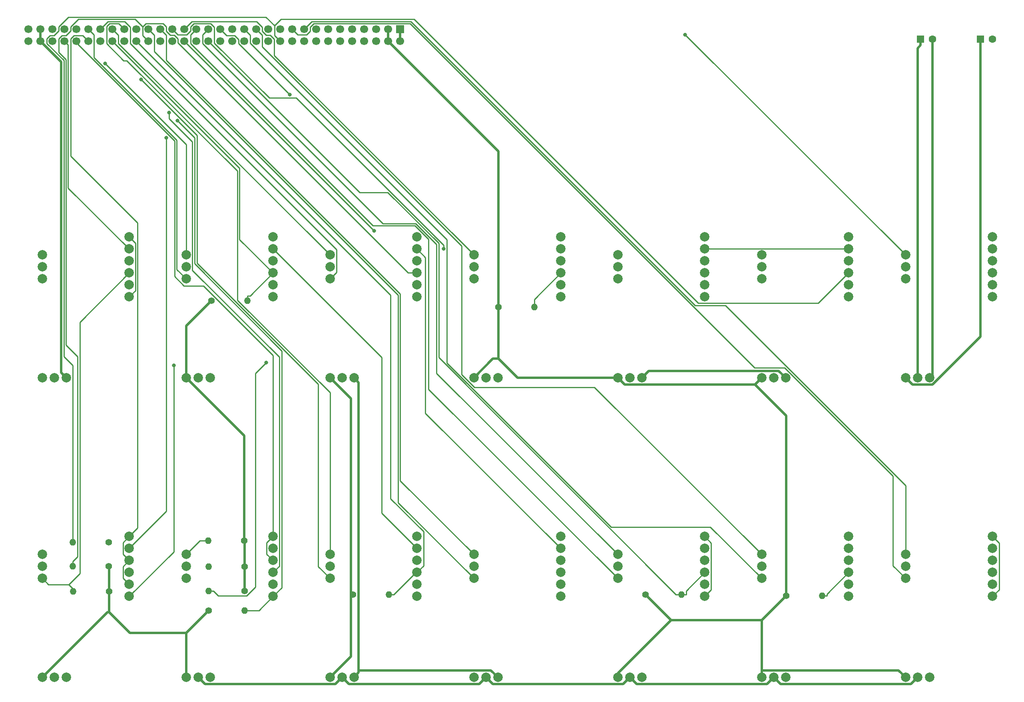
<source format=gbr>
G04 #@! TF.GenerationSoftware,KiCad,Pcbnew,(5.0.0)*
G04 #@! TF.CreationDate,2019-08-30T22:53:04+01:00*
G04 #@! TF.ProjectId,A-FK,412D464B2E6B696361645F7063620000,rev?*
G04 #@! TF.SameCoordinates,Original*
G04 #@! TF.FileFunction,Copper,L2,Bot,Signal*
G04 #@! TF.FilePolarity,Positive*
%FSLAX46Y46*%
G04 Gerber Fmt 4.6, Leading zero omitted, Abs format (unit mm)*
G04 Created by KiCad (PCBNEW (5.0.0)) date 08/30/19 22:53:04*
%MOMM*%
%LPD*%
G01*
G04 APERTURE LIST*
G04 #@! TA.AperFunction,ComponentPad*
%ADD10C,2.000000*%
G04 #@! TD*
G04 #@! TA.AperFunction,ComponentPad*
%ADD11C,1.400000*%
G04 #@! TD*
G04 #@! TA.AperFunction,ComponentPad*
%ADD12O,1.400000X1.400000*%
G04 #@! TD*
G04 #@! TA.AperFunction,ComponentPad*
%ADD13C,1.600000*%
G04 #@! TD*
G04 #@! TA.AperFunction,ComponentPad*
%ADD14R,1.600000X1.600000*%
G04 #@! TD*
G04 #@! TA.AperFunction,ComponentPad*
%ADD15C,1.700000*%
G04 #@! TD*
G04 #@! TA.AperFunction,ComponentPad*
%ADD16R,1.700000X1.700000*%
G04 #@! TD*
G04 #@! TA.AperFunction,ViaPad*
%ADD17C,0.800000*%
G04 #@! TD*
G04 #@! TA.AperFunction,Conductor*
%ADD18C,0.500000*%
G04 #@! TD*
G04 #@! TA.AperFunction,Conductor*
%ADD19C,0.250000*%
G04 #@! TD*
G04 APERTURE END LIST*
D10*
G04 #@! TO.P,U8,13*
G04 #@! TO.N,CRS*
X225425000Y-78740000D03*
G04 #@! TO.P,U8,12*
G04 #@! TO.N,SFD*
X225425000Y-81280000D03*
G04 #@! TO.P,U8,11*
G04 #@! TO.N,N/C*
X225425000Y-83820000D03*
G04 #@! TO.P,U8,6*
G04 #@! TO.N,CRSm*
X243840000Y-74930000D03*
G04 #@! TO.P,U8,5*
G04 #@! TO.N,N/C*
X243840000Y-77470000D03*
G04 #@! TO.P,U8,4*
G04 #@! TO.N,SFDm*
X243840000Y-80010000D03*
G04 #@! TO.P,U8,3*
G04 #@! TO.N,N/C*
X243840000Y-82550000D03*
G04 #@! TO.P,U8,2*
X243840000Y-85090000D03*
G04 #@! TO.P,U8,1*
X243840000Y-87630000D03*
G04 #@! TO.P,U8,23*
G04 #@! TO.N,Neg6v*
X230505000Y-104775000D03*
G04 #@! TO.P,U8,22*
G04 #@! TO.N,GND*
X227965000Y-104775000D03*
G04 #@! TO.P,U8,21*
G04 #@! TO.N,6v*
X225425000Y-104775000D03*
G04 #@! TD*
G04 #@! TO.P,U1,13*
G04 #@! TO.N,OTG-1*
X225425000Y-142240000D03*
G04 #@! TO.P,U1,12*
G04 #@! TO.N,Net-(U1-Pad1)*
X225425000Y-144780000D03*
G04 #@! TO.P,U1,11*
G04 #@! TO.N,OTG-2*
X225425000Y-147320000D03*
G04 #@! TO.P,U1,6*
G04 #@! TO.N,Net-(U1-Pad1)*
X243840000Y-138430000D03*
G04 #@! TO.P,U1,5*
G04 #@! TO.N,RESET-2*
X243840000Y-140970000D03*
G04 #@! TO.P,U1,4*
G04 #@! TO.N,N/C*
X243840000Y-143510000D03*
G04 #@! TO.P,U1,3*
G04 #@! TO.N,Net-(R8-Pad2)*
X243840000Y-146050000D03*
G04 #@! TO.P,U1,2*
G04 #@! TO.N,N/C*
X243840000Y-148590000D03*
G04 #@! TO.P,U1,1*
G04 #@! TO.N,Net-(U1-Pad1)*
X243840000Y-151130000D03*
G04 #@! TO.P,U1,23*
G04 #@! TO.N,Neg6v*
X230505000Y-168275000D03*
G04 #@! TO.P,U1,22*
G04 #@! TO.N,GND*
X227965000Y-168275000D03*
G04 #@! TO.P,U1,21*
G04 #@! TO.N,6v*
X225425000Y-168275000D03*
G04 #@! TD*
G04 #@! TO.P,U12,13*
G04 #@! TO.N,OTA-1*
X103505000Y-78740000D03*
G04 #@! TO.P,U12,12*
G04 #@! TO.N,Net-(U12-Pad1)*
X103505000Y-81280000D03*
G04 #@! TO.P,U12,11*
G04 #@! TO.N,OTA-2*
X103505000Y-83820000D03*
G04 #@! TO.P,U12,6*
G04 #@! TO.N,Net-(U12-Pad1)*
X121920000Y-74930000D03*
G04 #@! TO.P,U12,5*
G04 #@! TO.N,RESET-2*
X121920000Y-77470000D03*
G04 #@! TO.P,U12,4*
G04 #@! TO.N,N/C*
X121920000Y-80010000D03*
G04 #@! TO.P,U12,3*
G04 #@! TO.N,OTA-'*
X121920000Y-82550000D03*
G04 #@! TO.P,U12,2*
G04 #@! TO.N,N/C*
X121920000Y-85090000D03*
G04 #@! TO.P,U12,1*
G04 #@! TO.N,Net-(U12-Pad1)*
X121920000Y-87630000D03*
G04 #@! TO.P,U12,23*
G04 #@! TO.N,Neg6v*
X108585000Y-104775000D03*
G04 #@! TO.P,U12,22*
G04 #@! TO.N,GND*
X106045000Y-104775000D03*
G04 #@! TO.P,U12,21*
G04 #@! TO.N,6v*
X103505000Y-104775000D03*
G04 #@! TD*
G04 #@! TO.P,U11,13*
G04 #@! TO.N,GTM1*
X133985000Y-78740000D03*
G04 #@! TO.P,U11,12*
G04 #@! TO.N,Net-(U11-Pad1)*
X133985000Y-81280000D03*
G04 #@! TO.P,U11,11*
G04 #@! TO.N,GTM2*
X133985000Y-83820000D03*
G04 #@! TO.P,U11,6*
G04 #@! TO.N,Net-(U11-Pad1)*
X152400000Y-74930000D03*
G04 #@! TO.P,U11,5*
G04 #@! TO.N,t4*
X152400000Y-77470000D03*
G04 #@! TO.P,U11,4*
G04 #@! TO.N,N/C*
X152400000Y-80010000D03*
G04 #@! TO.P,U11,3*
G04 #@! TO.N,GTMa*
X152400000Y-82550000D03*
G04 #@! TO.P,U11,2*
G04 #@! TO.N,N/C*
X152400000Y-85090000D03*
G04 #@! TO.P,U11,1*
G04 #@! TO.N,Net-(U11-Pad1)*
X152400000Y-87630000D03*
G04 #@! TO.P,U11,23*
G04 #@! TO.N,Neg6v*
X139065000Y-104775000D03*
G04 #@! TO.P,U11,22*
G04 #@! TO.N,GND*
X136525000Y-104775000D03*
G04 #@! TO.P,U11,21*
G04 #@! TO.N,6v*
X133985000Y-104775000D03*
G04 #@! TD*
G04 #@! TO.P,U14,13*
G04 #@! TO.N,OTQ-2*
X42545000Y-78740000D03*
G04 #@! TO.P,U14,12*
G04 #@! TO.N,Net-(U14-Pad1)*
X42545000Y-81280000D03*
G04 #@! TO.P,U14,11*
G04 #@! TO.N,OTQ-1*
X42545000Y-83820000D03*
G04 #@! TO.P,U14,6*
G04 #@! TO.N,Net-(U14-Pad1)*
X60960000Y-74930000D03*
G04 #@! TO.P,U14,5*
G04 #@! TO.N,RESET-2*
X60960000Y-77470000D03*
G04 #@! TO.P,U14,4*
G04 #@! TO.N,N/C*
X60960000Y-80010000D03*
G04 #@! TO.P,U14,3*
G04 #@! TO.N,Net-(R3-Pad2)*
X60960000Y-82550000D03*
G04 #@! TO.P,U14,2*
G04 #@! TO.N,N/C*
X60960000Y-85090000D03*
G04 #@! TO.P,U14,1*
G04 #@! TO.N,Net-(U14-Pad1)*
X60960000Y-87630000D03*
G04 #@! TO.P,U14,23*
G04 #@! TO.N,Neg6v*
X47625000Y-104775000D03*
G04 #@! TO.P,U14,22*
G04 #@! TO.N,GND*
X45085000Y-104775000D03*
G04 #@! TO.P,U14,21*
G04 #@! TO.N,6v*
X42545000Y-104775000D03*
G04 #@! TD*
G04 #@! TO.P,U13,13*
G04 #@! TO.N,GTQ2*
X73025000Y-78740000D03*
G04 #@! TO.P,U13,12*
G04 #@! TO.N,Net-(U13-Pad1)*
X73025000Y-81280000D03*
G04 #@! TO.P,U13,11*
G04 #@! TO.N,GTQ1*
X73025000Y-83820000D03*
G04 #@! TO.P,U13,6*
G04 #@! TO.N,Net-(U13-Pad1)*
X91440000Y-74930000D03*
G04 #@! TO.P,U13,5*
G04 #@! TO.N,t4*
X91440000Y-77470000D03*
G04 #@! TO.P,U13,4*
G04 #@! TO.N,N/C*
X91440000Y-80010000D03*
G04 #@! TO.P,U13,3*
G04 #@! TO.N,GTQa*
X91440000Y-82550000D03*
G04 #@! TO.P,U13,2*
G04 #@! TO.N,N/C*
X91440000Y-85090000D03*
G04 #@! TO.P,U13,1*
G04 #@! TO.N,Net-(U13-Pad1)*
X91440000Y-87630000D03*
G04 #@! TO.P,U13,23*
G04 #@! TO.N,Neg6v*
X78105000Y-104775000D03*
G04 #@! TO.P,U13,22*
G04 #@! TO.N,GND*
X75565000Y-104775000D03*
G04 #@! TO.P,U13,21*
G04 #@! TO.N,6v*
X73025000Y-104775000D03*
G04 #@! TD*
D11*
G04 #@! TO.P,R3,1*
G04 #@! TO.N,6v*
X56692800Y-150063000D03*
D12*
G04 #@! TO.P,R3,2*
G04 #@! TO.N,Net-(R3-Pad2)*
X49072800Y-150063000D03*
G04 #@! TD*
D11*
G04 #@! TO.P,R4,1*
G04 #@! TO.N,6v*
X56642000Y-144729000D03*
D12*
G04 #@! TO.P,R4,2*
G04 #@! TO.N,OTA-'*
X49022000Y-144729000D03*
G04 #@! TD*
D11*
G04 #@! TO.P,R5,1*
G04 #@! TO.N,6v*
X56616600Y-139675000D03*
D12*
G04 #@! TO.P,R5,2*
G04 #@! TO.N,OTJ-'*
X48996600Y-139675000D03*
G04 #@! TD*
D11*
G04 #@! TO.P,R6,1*
G04 #@! TO.N,6v*
X85394800Y-149962000D03*
D12*
G04 #@! TO.P,R6,2*
G04 #@! TO.N,Net-(R6-Pad2)*
X77774800Y-149962000D03*
G04 #@! TD*
D11*
G04 #@! TO.P,R7,1*
G04 #@! TO.N,6v*
X85445600Y-144805000D03*
D12*
G04 #@! TO.P,R7,2*
G04 #@! TO.N,Net-(R7-Pad2)*
X77825600Y-144805000D03*
G04 #@! TD*
D11*
G04 #@! TO.P,R8,1*
G04 #@! TO.N,6v*
X85293200Y-139319000D03*
D12*
G04 #@! TO.P,R8,2*
G04 #@! TO.N,Net-(R8-Pad2)*
X77673200Y-139319000D03*
G04 #@! TD*
D11*
G04 #@! TO.P,R9,1*
G04 #@! TO.N,6v*
X77825600Y-154102000D03*
D12*
G04 #@! TO.P,R9,2*
G04 #@! TO.N,OTMa*
X85445600Y-154102000D03*
G04 #@! TD*
D11*
G04 #@! TO.P,R10,1*
G04 #@! TO.N,6v*
X108382000Y-150774000D03*
D12*
G04 #@! TO.P,R10,2*
G04 #@! TO.N,GTAa*
X116002000Y-150774000D03*
G04 #@! TD*
D11*
G04 #@! TO.P,R11,1*
G04 #@! TO.N,6v*
X200101000Y-151003000D03*
D12*
G04 #@! TO.P,R11,2*
G04 #@! TO.N,GTJa*
X207721000Y-151003000D03*
G04 #@! TD*
D11*
G04 #@! TO.P,R12,1*
G04 #@! TO.N,6v*
X139167000Y-89763600D03*
D12*
G04 #@! TO.P,R12,2*
G04 #@! TO.N,GTMa*
X146787000Y-89763600D03*
G04 #@! TD*
D11*
G04 #@! TO.P,R13,1*
G04 #@! TO.N,6v*
X78359000Y-88417400D03*
D12*
G04 #@! TO.P,R13,2*
G04 #@! TO.N,GTQa*
X85979000Y-88417400D03*
G04 #@! TD*
D11*
G04 #@! TO.P,R14,1*
G04 #@! TO.N,6v*
X170332000Y-150724000D03*
D12*
G04 #@! TO.P,R14,2*
G04 #@! TO.N,WTMa*
X177952000Y-150724000D03*
G04 #@! TD*
D10*
G04 #@! TO.P,U2,13*
G04 #@! TO.N,GTJ1*
X194945000Y-142240000D03*
G04 #@! TO.P,U2,12*
G04 #@! TO.N,Net-(U2-Pad1)*
X194945000Y-144780000D03*
G04 #@! TO.P,U2,11*
G04 #@! TO.N,GTJ2*
X194945000Y-147320000D03*
G04 #@! TO.P,U2,6*
G04 #@! TO.N,Net-(U2-Pad1)*
X213360000Y-138430000D03*
G04 #@! TO.P,U2,5*
G04 #@! TO.N,t4*
X213360000Y-140970000D03*
G04 #@! TO.P,U2,4*
G04 #@! TO.N,N/C*
X213360000Y-143510000D03*
G04 #@! TO.P,U2,3*
G04 #@! TO.N,GTJa*
X213360000Y-146050000D03*
G04 #@! TO.P,U2,2*
G04 #@! TO.N,N/C*
X213360000Y-148590000D03*
G04 #@! TO.P,U2,1*
G04 #@! TO.N,Net-(U2-Pad1)*
X213360000Y-151130000D03*
G04 #@! TO.P,U2,23*
G04 #@! TO.N,Neg6v*
X200025000Y-168275000D03*
G04 #@! TO.P,U2,22*
G04 #@! TO.N,GND*
X197485000Y-168275000D03*
G04 #@! TO.P,U2,21*
G04 #@! TO.N,6v*
X194945000Y-168275000D03*
G04 #@! TD*
G04 #@! TO.P,U3,13*
G04 #@! TO.N,WTM1*
X164465000Y-142240000D03*
G04 #@! TO.P,U3,12*
G04 #@! TO.N,Net-(U3-Pad1)*
X164465000Y-144780000D03*
G04 #@! TO.P,U3,11*
G04 #@! TO.N,WTM2*
X164465000Y-147320000D03*
G04 #@! TO.P,U3,6*
G04 #@! TO.N,Net-(U3-Pad1)*
X182880000Y-138430000D03*
G04 #@! TO.P,U3,5*
G04 #@! TO.N,t4*
X182880000Y-140970000D03*
G04 #@! TO.P,U3,4*
G04 #@! TO.N,N/C*
X182880000Y-143510000D03*
G04 #@! TO.P,U3,3*
G04 #@! TO.N,WTMa*
X182880000Y-146050000D03*
G04 #@! TO.P,U3,2*
G04 #@! TO.N,N/C*
X182880000Y-148590000D03*
G04 #@! TO.P,U3,1*
G04 #@! TO.N,Net-(U3-Pad1)*
X182880000Y-151130000D03*
G04 #@! TO.P,U3,23*
G04 #@! TO.N,Neg6v*
X169545000Y-168275000D03*
G04 #@! TO.P,U3,22*
G04 #@! TO.N,GND*
X167005000Y-168275000D03*
G04 #@! TO.P,U3,21*
G04 #@! TO.N,6v*
X164465000Y-168275000D03*
G04 #@! TD*
G04 #@! TO.P,U4,13*
G04 #@! TO.N,OTP-1*
X133985000Y-142240000D03*
G04 #@! TO.P,U4,12*
G04 #@! TO.N,Net-(U4-Pad1)*
X133985000Y-144780000D03*
G04 #@! TO.P,U4,11*
G04 #@! TO.N,OTP-2*
X133985000Y-147320000D03*
G04 #@! TO.P,U4,6*
G04 #@! TO.N,Net-(U4-Pad1)*
X152400000Y-138430000D03*
G04 #@! TO.P,U4,5*
G04 #@! TO.N,RESET-2*
X152400000Y-140970000D03*
G04 #@! TO.P,U4,4*
G04 #@! TO.N,N/C*
X152400000Y-143510000D03*
G04 #@! TO.P,U4,3*
G04 #@! TO.N,Net-(R7-Pad2)*
X152400000Y-146050000D03*
G04 #@! TO.P,U4,2*
G04 #@! TO.N,N/C*
X152400000Y-148590000D03*
G04 #@! TO.P,U4,1*
G04 #@! TO.N,Net-(U4-Pad1)*
X152400000Y-151130000D03*
G04 #@! TO.P,U4,23*
G04 #@! TO.N,Neg6v*
X139065000Y-168275000D03*
G04 #@! TO.P,U4,22*
G04 #@! TO.N,GND*
X136525000Y-168275000D03*
G04 #@! TO.P,U4,21*
G04 #@! TO.N,6v*
X133985000Y-168275000D03*
G04 #@! TD*
G04 #@! TO.P,U5,13*
G04 #@! TO.N,GTA2*
X103505000Y-142240000D03*
G04 #@! TO.P,U5,12*
G04 #@! TO.N,Net-(U5-Pad1)*
X103505000Y-144780000D03*
G04 #@! TO.P,U5,11*
G04 #@! TO.N,GTA1*
X103505000Y-147320000D03*
G04 #@! TO.P,U5,6*
G04 #@! TO.N,Net-(U5-Pad1)*
X121920000Y-138430000D03*
G04 #@! TO.P,U5,5*
G04 #@! TO.N,t4*
X121920000Y-140970000D03*
G04 #@! TO.P,U5,4*
G04 #@! TO.N,N/C*
X121920000Y-143510000D03*
G04 #@! TO.P,U5,3*
G04 #@! TO.N,GTAa*
X121920000Y-146050000D03*
G04 #@! TO.P,U5,2*
G04 #@! TO.N,N/C*
X121920000Y-148590000D03*
G04 #@! TO.P,U5,1*
G04 #@! TO.N,Net-(U5-Pad1)*
X121920000Y-151130000D03*
G04 #@! TO.P,U5,23*
G04 #@! TO.N,Neg6v*
X108585000Y-168275000D03*
G04 #@! TO.P,U5,22*
G04 #@! TO.N,GND*
X106045000Y-168275000D03*
G04 #@! TO.P,U5,21*
G04 #@! TO.N,6v*
X103505000Y-168275000D03*
G04 #@! TD*
G04 #@! TO.P,U6,13*
G04 #@! TO.N,Net-(R8-Pad2)*
X73025000Y-142240000D03*
G04 #@! TO.P,U6,12*
G04 #@! TO.N,Net-(R7-Pad2)*
X73025000Y-144780000D03*
G04 #@! TO.P,U6,11*
G04 #@! TO.N,Net-(R6-Pad2)*
X73025000Y-147320000D03*
G04 #@! TO.P,U6,6*
G04 #@! TO.N,t1*
X91440000Y-138430000D03*
G04 #@! TO.P,U6,5*
G04 #@! TO.N,N/C*
X91440000Y-140970000D03*
G04 #@! TO.P,U6,4*
G04 #@! TO.N,t1*
X91440000Y-143510000D03*
G04 #@! TO.P,U6,3*
G04 #@! TO.N,MTPa*
X91440000Y-146050000D03*
G04 #@! TO.P,U6,2*
G04 #@! TO.N,t3-2*
X91440000Y-148590000D03*
G04 #@! TO.P,U6,1*
G04 #@! TO.N,OTMa*
X91440000Y-151130000D03*
G04 #@! TO.P,U6,23*
G04 #@! TO.N,Neg6v*
X78105000Y-168275000D03*
G04 #@! TO.P,U6,22*
G04 #@! TO.N,GND*
X75565000Y-168275000D03*
G04 #@! TO.P,U6,21*
G04 #@! TO.N,6v*
X73025000Y-168275000D03*
G04 #@! TD*
G04 #@! TO.P,U7,13*
G04 #@! TO.N,OTJ-'*
X42545000Y-142240000D03*
G04 #@! TO.P,U7,12*
G04 #@! TO.N,OTA-'*
X42545000Y-144780000D03*
G04 #@! TO.P,U7,11*
G04 #@! TO.N,Net-(R3-Pad2)*
X42545000Y-147320000D03*
G04 #@! TO.P,U7,6*
G04 #@! TO.N,t3-2*
X60960000Y-138430000D03*
G04 #@! TO.P,U7,5*
G04 #@! TO.N,GTJa*
X60960000Y-140970000D03*
G04 #@! TO.P,U7,4*
G04 #@! TO.N,t3-2*
X60960000Y-143510000D03*
G04 #@! TO.P,U7,3*
G04 #@! TO.N,GTAa*
X60960000Y-146050000D03*
G04 #@! TO.P,U7,2*
G04 #@! TO.N,t3-2*
X60960000Y-148590000D03*
G04 #@! TO.P,U7,1*
G04 #@! TO.N,GTQa*
X60960000Y-151130000D03*
G04 #@! TO.P,U7,23*
G04 #@! TO.N,Neg6v*
X47625000Y-168275000D03*
G04 #@! TO.P,U7,22*
G04 #@! TO.N,GND*
X45085000Y-168275000D03*
G04 #@! TO.P,U7,21*
G04 #@! TO.N,6v*
X42545000Y-168275000D03*
G04 #@! TD*
G04 #@! TO.P,U9,13*
G04 #@! TO.N,OTJ-1*
X194945000Y-78740000D03*
G04 #@! TO.P,U9,12*
G04 #@! TO.N,Net-(U9-Pad1)*
X194945000Y-81280000D03*
G04 #@! TO.P,U9,11*
G04 #@! TO.N,OTJ-2*
X194945000Y-83820000D03*
G04 #@! TO.P,U9,6*
G04 #@! TO.N,Net-(U9-Pad1)*
X213360000Y-74930000D03*
G04 #@! TO.P,U9,5*
G04 #@! TO.N,RESET-2*
X213360000Y-77470000D03*
G04 #@! TO.P,U9,4*
G04 #@! TO.N,N/C*
X213360000Y-80010000D03*
G04 #@! TO.P,U9,3*
G04 #@! TO.N,OTJ-'*
X213360000Y-82550000D03*
G04 #@! TO.P,U9,2*
G04 #@! TO.N,N/C*
X213360000Y-85090000D03*
G04 #@! TO.P,U9,1*
G04 #@! TO.N,Net-(U9-Pad1)*
X213360000Y-87630000D03*
G04 #@! TO.P,U9,23*
G04 #@! TO.N,Neg6v*
X200025000Y-104775000D03*
G04 #@! TO.P,U9,22*
G04 #@! TO.N,GND*
X197485000Y-104775000D03*
G04 #@! TO.P,U9,21*
G04 #@! TO.N,6v*
X194945000Y-104775000D03*
G04 #@! TD*
G04 #@! TO.P,U10,13*
G04 #@! TO.N,OTM-1*
X164465000Y-78740000D03*
G04 #@! TO.P,U10,12*
G04 #@! TO.N,Net-(U10-Pad1)*
X164465000Y-81280000D03*
G04 #@! TO.P,U10,11*
G04 #@! TO.N,OTM-2*
X164465000Y-83820000D03*
G04 #@! TO.P,U10,6*
G04 #@! TO.N,Net-(U10-Pad1)*
X182880000Y-74930000D03*
G04 #@! TO.P,U10,5*
G04 #@! TO.N,RESET-2*
X182880000Y-77470000D03*
G04 #@! TO.P,U10,4*
G04 #@! TO.N,N/C*
X182880000Y-80010000D03*
G04 #@! TO.P,U10,3*
G04 #@! TO.N,Net-(R6-Pad2)*
X182880000Y-82550000D03*
G04 #@! TO.P,U10,2*
G04 #@! TO.N,N/C*
X182880000Y-85090000D03*
G04 #@! TO.P,U10,1*
G04 #@! TO.N,Net-(U10-Pad1)*
X182880000Y-87630000D03*
G04 #@! TO.P,U10,23*
G04 #@! TO.N,Neg6v*
X169545000Y-104775000D03*
G04 #@! TO.P,U10,22*
G04 #@! TO.N,GND*
X167005000Y-104775000D03*
G04 #@! TO.P,U10,21*
G04 #@! TO.N,6v*
X164465000Y-104775000D03*
G04 #@! TD*
D13*
G04 #@! TO.P,C1,2*
G04 #@! TO.N,GND*
X243800000Y-33020000D03*
D14*
G04 #@! TO.P,C1,1*
G04 #@! TO.N,6v*
X241300000Y-33020000D03*
G04 #@! TD*
D13*
G04 #@! TO.P,C2,2*
G04 #@! TO.N,Neg6v*
X231100000Y-33020000D03*
D14*
G04 #@! TO.P,C2,1*
G04 #@! TO.N,GND*
X228600000Y-33020000D03*
G04 #@! TD*
D15*
G04 #@! TO.P,J1,AL*
G04 #@! TO.N,GND*
X39605000Y-33401000D03*
G04 #@! TO.P,J1,32*
X39605000Y-30861000D03*
G04 #@! TO.P,J1,AK*
G04 #@! TO.N,Neg6v*
X42145000Y-33401000D03*
G04 #@! TO.P,J1,31*
X42145000Y-30861000D03*
G04 #@! TO.P,J1,AJ*
G04 #@! TO.N,N/C*
X44685000Y-33401000D03*
G04 #@! TO.P,J1,30*
X44685000Y-30861000D03*
G04 #@! TO.P,J1,AH*
G04 #@! TO.N,RESET-2*
X47225000Y-33401000D03*
G04 #@! TO.P,J1,29*
G04 #@! TO.N,OTQ-1*
X47225000Y-30861000D03*
G04 #@! TO.P,J1,AF*
G04 #@! TO.N,t1*
X49765000Y-33401000D03*
G04 #@! TO.P,J1,28*
G04 #@! TO.N,GTQ2*
X49765000Y-30861000D03*
G04 #@! TO.P,J1,AE*
G04 #@! TO.N,t3-2*
X52305000Y-33401000D03*
G04 #@! TO.P,J1,27*
G04 #@! TO.N,GTQ1*
X52305000Y-30861000D03*
G04 #@! TO.P,J1,AD*
G04 #@! TO.N,t4*
X54845000Y-33401000D03*
G04 #@! TO.P,J1,26*
G04 #@! TO.N,OTA-2*
X54845000Y-30861000D03*
G04 #@! TO.P,J1,AC*
G04 #@! TO.N,GTQa*
X57385000Y-33401000D03*
G04 #@! TO.P,J1,25*
G04 #@! TO.N,OTA-1*
X57385000Y-30861000D03*
G04 #@! TO.P,J1,AB*
G04 #@! TO.N,OTQ-2*
X59925000Y-33401000D03*
G04 #@! TO.P,J1,24*
G04 #@! TO.N,GTA2*
X59925000Y-30861000D03*
G04 #@! TO.P,J1,AA*
G04 #@! TO.N,GTAa*
X62465000Y-33401000D03*
G04 #@! TO.P,J1,23*
G04 #@! TO.N,GTA1*
X62465000Y-30861000D03*
G04 #@! TO.P,J1,Z*
G04 #@! TO.N,OTA-'*
X65005000Y-33401000D03*
G04 #@! TO.P,J1,22*
G04 #@! TO.N,OTP-2*
X65005000Y-30861000D03*
G04 #@! TO.P,J1,Y*
G04 #@! TO.N,MTPa*
X67545000Y-33401000D03*
G04 #@! TO.P,J1,21*
G04 #@! TO.N,OTP-1*
X67545000Y-30861000D03*
G04 #@! TO.P,J1,X*
G04 #@! TO.N,N/C*
X70085000Y-33401000D03*
G04 #@! TO.P,J1,20*
G04 #@! TO.N,GTM2*
X70085000Y-30861000D03*
G04 #@! TO.P,J1,W*
G04 #@! TO.N,GTMa*
X72625000Y-33401000D03*
G04 #@! TO.P,J1,19*
G04 #@! TO.N,GTM1*
X72625000Y-30861000D03*
G04 #@! TO.P,J1,V*
G04 #@! TO.N,N/C*
X75165000Y-33401000D03*
G04 #@! TO.P,J1,18*
G04 #@! TO.N,WTM2*
X75165000Y-30861000D03*
G04 #@! TO.P,J1,U*
G04 #@! TO.N,WTMa*
X77705000Y-33401000D03*
G04 #@! TO.P,J1,17*
G04 #@! TO.N,WTM1*
X77705000Y-30861000D03*
G04 #@! TO.P,J1,T*
G04 #@! TO.N,N/C*
X80245000Y-33401000D03*
G04 #@! TO.P,J1,16*
G04 #@! TO.N,OTM-2*
X80245000Y-30861000D03*
G04 #@! TO.P,J1,S*
G04 #@! TO.N,OTMa*
X82785000Y-33401000D03*
G04 #@! TO.P,J1,15*
G04 #@! TO.N,OTM-1*
X82785000Y-30861000D03*
G04 #@! TO.P,J1,R*
G04 #@! TO.N,N/C*
X85325000Y-33401000D03*
G04 #@! TO.P,J1,14*
G04 #@! TO.N,GTJ2*
X85325000Y-30861000D03*
G04 #@! TO.P,J1,P*
G04 #@! TO.N,GTJa*
X87865000Y-33401000D03*
G04 #@! TO.P,J1,13*
G04 #@! TO.N,GTJ1*
X87865000Y-30861000D03*
G04 #@! TO.P,J1,N*
G04 #@! TO.N,N/C*
X90405000Y-33401000D03*
G04 #@! TO.P,J1,12*
G04 #@! TO.N,OTJ-2*
X90405000Y-30861000D03*
G04 #@! TO.P,J1,M*
G04 #@! TO.N,OTJ-'*
X92945000Y-33401000D03*
G04 #@! TO.P,J1,11*
G04 #@! TO.N,OTJ-1*
X92945000Y-30861000D03*
G04 #@! TO.P,J1,L*
G04 #@! TO.N,N/C*
X95485000Y-33401000D03*
G04 #@! TO.P,J1,10*
G04 #@! TO.N,OTG-2*
X95485000Y-30861000D03*
G04 #@! TO.P,J1,K*
G04 #@! TO.N,N/C*
X98025000Y-33401000D03*
G04 #@! TO.P,J1,9*
G04 #@! TO.N,OTG-1*
X98025000Y-30861000D03*
G04 #@! TO.P,J1,J*
G04 #@! TO.N,N/C*
X100565000Y-33401000D03*
G04 #@! TO.P,J1,8*
X100565000Y-30861000D03*
G04 #@! TO.P,J1,H*
X103105000Y-33401000D03*
G04 #@! TO.P,J1,7*
X103105000Y-30861000D03*
G04 #@! TO.P,J1,F*
G04 #@! TO.N,SFDm*
X105645000Y-33401000D03*
G04 #@! TO.P,J1,6*
G04 #@! TO.N,SFD*
X105645000Y-30861000D03*
G04 #@! TO.P,J1,E*
G04 #@! TO.N,CRSm*
X108185000Y-33401000D03*
G04 #@! TO.P,J1,5*
G04 #@! TO.N,CRS*
X108185000Y-30861000D03*
G04 #@! TO.P,J1,D*
G04 #@! TO.N,N/C*
X110725000Y-33401000D03*
G04 #@! TO.P,J1,4*
X110725000Y-30861000D03*
G04 #@! TO.P,J1,C*
X113265000Y-33401000D03*
G04 #@! TO.P,J1,3*
X113265000Y-30861000D03*
G04 #@! TO.P,J1,B*
G04 #@! TO.N,6v*
X115805000Y-33401000D03*
G04 #@! TO.P,J1,2*
X115805000Y-30861000D03*
G04 #@! TO.P,J1,A*
G04 #@! TO.N,GND*
X118345000Y-33401000D03*
D16*
G04 #@! TO.P,J1,1*
X118345000Y-30861000D03*
G04 #@! TD*
D17*
G04 #@! TO.N,GTQ2*
X55828000Y-38158800D03*
G04 #@! TO.N,GTQa*
X70398400Y-102170100D03*
G04 #@! TO.N,GTA1*
X63449300Y-41541500D03*
G04 #@! TO.N,MTPa*
X69413600Y-48556300D03*
G04 #@! TO.N,GTM2*
X127563000Y-77398000D03*
G04 #@! TO.N,GTMa*
X112828600Y-73604600D03*
G04 #@! TO.N,OTM-2*
X94950300Y-44711300D03*
G04 #@! TO.N,OTMa*
X71160200Y-50287400D03*
G04 #@! TO.N,GTJa*
X68844600Y-53871100D03*
G04 #@! TO.N,CRS*
X178721400Y-32036400D03*
G04 #@! TO.N,Net-(R6-Pad2)*
X89975500Y-101577900D03*
G04 #@! TD*
D18*
G04 #@! TO.N,6v*
X73025000Y-158902600D02*
X73025000Y-168275000D01*
X77825600Y-154102000D02*
X73025000Y-158902600D01*
X73025000Y-158902600D02*
X61112600Y-158902600D01*
X61112600Y-158902600D02*
X56692800Y-154482800D01*
X56692800Y-154482800D02*
X56337200Y-154482800D01*
X56337200Y-154482800D02*
X42545000Y-168275000D01*
X56692800Y-150063000D02*
X56692800Y-154482800D01*
X193494600Y-106225400D02*
X200101000Y-112831800D01*
X200101000Y-112831800D02*
X200101000Y-151003000D01*
X193494600Y-106225400D02*
X194945000Y-104775000D01*
X164465000Y-104775000D02*
X165915400Y-106225400D01*
X165915400Y-106225400D02*
X193494600Y-106225400D01*
X139167000Y-100750100D02*
X143191900Y-104775000D01*
X143191900Y-104775000D02*
X164465000Y-104775000D01*
X139167000Y-100750100D02*
X138009900Y-100750100D01*
X138009900Y-100750100D02*
X133985000Y-104775000D01*
X139167000Y-100750100D02*
X139167000Y-89763600D01*
X115805000Y-33401000D02*
X139167000Y-56763000D01*
X139167000Y-56763000D02*
X139167000Y-89763600D01*
X115805000Y-33401000D02*
X115805000Y-30861000D01*
X107940800Y-150774000D02*
X107940800Y-109210800D01*
X107940800Y-109210800D02*
X103505000Y-104775000D01*
X103505000Y-168275000D02*
X107940800Y-163839200D01*
X107940800Y-163839200D02*
X107940800Y-150774000D01*
X108382000Y-150774000D02*
X107940800Y-150774000D01*
X175767000Y-156159000D02*
X170332000Y-150724000D01*
X194945000Y-156159000D02*
X175767000Y-156159000D01*
X175767000Y-156159000D02*
X164465000Y-167461000D01*
X164465000Y-167461000D02*
X164465000Y-168275000D01*
X194945000Y-166810000D02*
X194945000Y-168275000D01*
X194945000Y-156159000D02*
X194945000Y-166810000D01*
X194945000Y-166810000D02*
X223960000Y-166810000D01*
X223960000Y-166810000D02*
X225425000Y-168275000D01*
X200101000Y-151003000D02*
X194945000Y-156159000D01*
X225425000Y-104775000D02*
X226884800Y-106234800D01*
X226884800Y-106234800D02*
X231154400Y-106234800D01*
X231154400Y-106234800D02*
X241300000Y-96089200D01*
X241300000Y-96089200D02*
X241300000Y-33020000D01*
X85293200Y-139319000D02*
X85445600Y-139471400D01*
X85445600Y-139471400D02*
X85445600Y-144805000D01*
X85293200Y-139319000D02*
X85293200Y-117043200D01*
X85293200Y-117043200D02*
X73025000Y-104775000D01*
X85394800Y-149962000D02*
X85445600Y-149911200D01*
X85445600Y-149911200D02*
X85445600Y-144805000D01*
X56642000Y-144729000D02*
X56692800Y-144779800D01*
X56692800Y-144779800D02*
X56692800Y-150063000D01*
X78359000Y-88417400D02*
X73025000Y-93751400D01*
X73025000Y-93751400D02*
X73025000Y-104775000D01*
G04 #@! TO.N,Neg6v*
X42145000Y-33401000D02*
X46535400Y-37791400D01*
X46535400Y-37791400D02*
X46535400Y-103685400D01*
X46535400Y-103685400D02*
X47625000Y-104775000D01*
X42145000Y-30861000D02*
X42145000Y-33401000D01*
X109567900Y-166799000D02*
X109567900Y-167292100D01*
X109567900Y-167292100D02*
X108585000Y-168275000D01*
X108585000Y-104775000D02*
X109567900Y-105757900D01*
X109567900Y-105757900D02*
X109567900Y-166799000D01*
X109567900Y-166799000D02*
X137589000Y-166799000D01*
X137589000Y-166799000D02*
X139065000Y-168275000D01*
X169545000Y-104775000D02*
X171013800Y-103306200D01*
X171013800Y-103306200D02*
X198556200Y-103306200D01*
X198556200Y-103306200D02*
X200025000Y-104775000D01*
X231100000Y-33020000D02*
X231100000Y-104180000D01*
X231100000Y-104180000D02*
X230505000Y-104775000D01*
G04 #@! TO.N,GND*
X106045000Y-168275000D02*
X107495400Y-169725400D01*
X107495400Y-169725400D02*
X135074600Y-169725400D01*
X135074600Y-169725400D02*
X136525000Y-168275000D01*
X75565000Y-168275000D02*
X77015400Y-169725400D01*
X77015400Y-169725400D02*
X104594600Y-169725400D01*
X104594600Y-169725400D02*
X106045000Y-168275000D01*
X228600000Y-33020000D02*
X228600000Y-34270300D01*
X227965000Y-104775000D02*
X227965000Y-34905300D01*
X227965000Y-34905300D02*
X228600000Y-34270300D01*
X197485000Y-168275000D02*
X198939600Y-169729600D01*
X198939600Y-169729600D02*
X226510400Y-169729600D01*
X226510400Y-169729600D02*
X227965000Y-168275000D01*
X167005000Y-168275000D02*
X168456000Y-169726000D01*
X168456000Y-169726000D02*
X196034000Y-169726000D01*
X196034000Y-169726000D02*
X197485000Y-168275000D01*
X167005000Y-168275000D02*
X165554600Y-169725400D01*
X165554600Y-169725400D02*
X137975400Y-169725400D01*
X137975400Y-169725400D02*
X136525000Y-168275000D01*
X118345000Y-30861000D02*
X118345000Y-33401000D01*
D19*
G04 #@! TO.N,RESET-2*
X47225000Y-33401000D02*
X48011500Y-34187500D01*
X48011500Y-34187500D02*
X48011500Y-64521500D01*
X48011500Y-64521500D02*
X60960000Y-77470000D01*
X121920000Y-77470000D02*
X123713100Y-79263100D01*
X123713100Y-79263100D02*
X123713100Y-112283100D01*
X123713100Y-112283100D02*
X152400000Y-140970000D01*
X182880000Y-77470000D02*
X182955900Y-77394100D01*
X182955900Y-77394100D02*
X213284100Y-77394100D01*
X213284100Y-77394100D02*
X213360000Y-77470000D01*
G04 #@! TO.N,t1*
X49765000Y-33401000D02*
X49765000Y-33758400D01*
X49765000Y-33758400D02*
X70569800Y-54563200D01*
X70569800Y-54563200D02*
X70569800Y-83263700D01*
X70569800Y-83263700D02*
X72577600Y-85271500D01*
X72577600Y-85271500D02*
X76663400Y-85271500D01*
X76663400Y-85271500D02*
X91440000Y-100048100D01*
X91440000Y-100048100D02*
X91440000Y-138430000D01*
X91440000Y-138430000D02*
X90087800Y-139782200D01*
X90087800Y-139782200D02*
X90087800Y-142157800D01*
X90087800Y-142157800D02*
X91440000Y-143510000D01*
G04 #@! TO.N,GTQ2*
X55828000Y-38158800D02*
X73025000Y-55355800D01*
X73025000Y-55355800D02*
X73025000Y-78740000D01*
G04 #@! TO.N,t3-2*
X60960000Y-138430000D02*
X62737700Y-136652300D01*
X62737700Y-136652300D02*
X62737700Y-71909800D01*
X62737700Y-71909800D02*
X48582800Y-57754900D01*
X48582800Y-57754900D02*
X48582800Y-32882200D01*
X48582800Y-32882200D02*
X49239400Y-32225600D01*
X49239400Y-32225600D02*
X51129600Y-32225600D01*
X51129600Y-32225600D02*
X52305000Y-33401000D01*
X60960000Y-138430000D02*
X59624500Y-139765500D01*
X59624500Y-139765500D02*
X59624500Y-142174500D01*
X59624500Y-142174500D02*
X60960000Y-143510000D01*
X60960000Y-143510000D02*
X59631700Y-144838300D01*
X59631700Y-144838300D02*
X59631700Y-147261700D01*
X59631700Y-147261700D02*
X60960000Y-148590000D01*
G04 #@! TO.N,GTQ1*
X52305000Y-30861000D02*
X53515700Y-32071700D01*
X53515700Y-32071700D02*
X53515700Y-36872200D01*
X53515700Y-36872200D02*
X71020300Y-54376800D01*
X71020300Y-54376800D02*
X71020300Y-81815300D01*
X71020300Y-81815300D02*
X73025000Y-83820000D01*
G04 #@! TO.N,t4*
X91440000Y-77470000D02*
X114470200Y-100500200D01*
X114470200Y-100500200D02*
X114470200Y-133520200D01*
X114470200Y-133520200D02*
X121920000Y-140970000D01*
G04 #@! TO.N,OTA-2*
X54845000Y-30861000D02*
X56471800Y-29234200D01*
X56471800Y-29234200D02*
X59983700Y-29234200D01*
X59983700Y-29234200D02*
X61195000Y-30445500D01*
X61195000Y-30445500D02*
X61195000Y-33885000D01*
X61195000Y-33885000D02*
X104873900Y-77563900D01*
X104873900Y-77563900D02*
X104873900Y-82451100D01*
X104873900Y-82451100D02*
X103505000Y-83820000D01*
G04 #@! TO.N,GTQa*
X91440000Y-82550000D02*
X84343300Y-75453300D01*
X84343300Y-75453300D02*
X84343300Y-60359300D01*
X84343300Y-60359300D02*
X57385000Y-33401000D01*
X85979000Y-88417400D02*
X85979000Y-87392100D01*
X85979000Y-87392100D02*
X86597900Y-87392100D01*
X86597900Y-87392100D02*
X91440000Y-82550000D01*
X70398400Y-102170100D02*
X70398400Y-141691600D01*
X70398400Y-141691600D02*
X60960000Y-151130000D01*
G04 #@! TO.N,OTA-1*
X103505000Y-78740000D02*
X58655000Y-33890000D01*
X58655000Y-33890000D02*
X58655000Y-32131000D01*
X58655000Y-32131000D02*
X57385000Y-30861000D01*
G04 #@! TO.N,GTA2*
X59925000Y-30861000D02*
X58748600Y-29684600D01*
X58748600Y-29684600D02*
X56788900Y-29684600D01*
X56788900Y-29684600D02*
X56200500Y-30273000D01*
X56200500Y-30273000D02*
X56200500Y-33945700D01*
X56200500Y-33945700D02*
X59791700Y-37536900D01*
X59791700Y-37536900D02*
X60470600Y-37536900D01*
X60470600Y-37536900D02*
X83892900Y-60959200D01*
X83892900Y-60959200D02*
X83892900Y-88324700D01*
X83892900Y-88324700D02*
X103505000Y-107936800D01*
X103505000Y-107936800D02*
X103505000Y-142240000D01*
G04 #@! TO.N,GTAa*
X62465000Y-33401000D02*
X116335100Y-87271100D01*
X116335100Y-87271100D02*
X116335100Y-130413500D01*
X116335100Y-130413500D02*
X123301100Y-137379500D01*
X123301100Y-137379500D02*
X123301100Y-144668900D01*
X123301100Y-144668900D02*
X121920000Y-146050000D01*
X116002000Y-150774000D02*
X117027300Y-150774000D01*
X117027300Y-150774000D02*
X121751300Y-146050000D01*
X121751300Y-146050000D02*
X121920000Y-146050000D01*
G04 #@! TO.N,GTA1*
X63449300Y-41541500D02*
X75329000Y-53421200D01*
X75329000Y-53421200D02*
X75329000Y-80490400D01*
X75329000Y-80490400D02*
X100994200Y-106155600D01*
X100994200Y-106155600D02*
X100994200Y-144809300D01*
X100994200Y-144809300D02*
X100994300Y-144809300D01*
X100994300Y-144809300D02*
X103505000Y-147320000D01*
G04 #@! TO.N,OTA-'*
X63800200Y-30384500D02*
X62199500Y-28783800D01*
X62199500Y-28783800D02*
X50175100Y-28783800D01*
X50175100Y-28783800D02*
X48585100Y-30373800D01*
X48585100Y-30373800D02*
X48585100Y-31165200D01*
X48585100Y-31165200D02*
X47524700Y-32225600D01*
X47524700Y-32225600D02*
X46699400Y-32225600D01*
X46699400Y-32225600D02*
X46048000Y-32877000D01*
X46048000Y-32877000D02*
X46048000Y-35766900D01*
X46048000Y-35766900D02*
X47561100Y-37280000D01*
X47561100Y-37280000D02*
X47561100Y-97810500D01*
X47561100Y-97810500D02*
X50039500Y-100288900D01*
X50039500Y-100288900D02*
X50039500Y-142686200D01*
X50039500Y-142686200D02*
X49022000Y-143703700D01*
X65005000Y-33401000D02*
X63800200Y-32196200D01*
X63800200Y-32196200D02*
X63800200Y-30384500D01*
X121920000Y-82550000D02*
X120040900Y-82550000D01*
X120040900Y-82550000D02*
X71260400Y-33769500D01*
X71260400Y-33769500D02*
X71260400Y-32875400D01*
X71260400Y-32875400D02*
X70516000Y-32131000D01*
X70516000Y-32131000D02*
X69688600Y-32131000D01*
X69688600Y-32131000D02*
X68815000Y-31257400D01*
X68815000Y-31257400D02*
X68815000Y-30373200D01*
X68815000Y-30373200D02*
X68127400Y-29685600D01*
X68127400Y-29685600D02*
X64499100Y-29685600D01*
X64499100Y-29685600D02*
X63800200Y-30384500D01*
X49022000Y-144729000D02*
X49022000Y-143703700D01*
G04 #@! TO.N,OTP-2*
X133985000Y-147320000D02*
X117920100Y-131255100D01*
X117920100Y-131255100D02*
X117920100Y-87234400D01*
X117920100Y-87234400D02*
X66275000Y-35589300D01*
X66275000Y-35589300D02*
X66275000Y-32131000D01*
X66275000Y-32131000D02*
X65005000Y-30861000D01*
G04 #@! TO.N,MTPa*
X91440000Y-146050000D02*
X92774700Y-144715300D01*
X92774700Y-144715300D02*
X92774700Y-100399600D01*
X92774700Y-100399600D02*
X74350400Y-81975300D01*
X74350400Y-81975300D02*
X74350400Y-54742000D01*
X74350400Y-54742000D02*
X69413600Y-49805200D01*
X69413600Y-49805200D02*
X69413600Y-48556300D01*
G04 #@! TO.N,OTP-1*
X133985000Y-142240000D02*
X118370500Y-126625500D01*
X118370500Y-126625500D02*
X118370500Y-87029900D01*
X118370500Y-87029900D02*
X68815000Y-37474400D01*
X68815000Y-37474400D02*
X68815000Y-32131000D01*
X68815000Y-32131000D02*
X67545000Y-30861000D01*
G04 #@! TO.N,GTM2*
X70085000Y-30861000D02*
X71291100Y-32067100D01*
X71291100Y-32067100D02*
X73145300Y-32067100D01*
X73145300Y-32067100D02*
X73974600Y-31237800D01*
X73974600Y-31237800D02*
X73974600Y-30386100D01*
X73974600Y-30386100D02*
X74679300Y-29681400D01*
X74679300Y-29681400D02*
X78212000Y-29681400D01*
X78212000Y-29681400D02*
X78975000Y-30444400D01*
X78975000Y-30444400D02*
X78975000Y-33793200D01*
X78975000Y-33793200D02*
X90637100Y-45455300D01*
X90637100Y-45455300D02*
X96350500Y-45455300D01*
X96350500Y-45455300D02*
X127563000Y-76667800D01*
X127563000Y-76667800D02*
X127563000Y-77398000D01*
G04 #@! TO.N,GTMa*
X72625000Y-33401000D02*
X112828600Y-73604600D01*
X152400000Y-82550000D02*
X146787000Y-88163000D01*
X146787000Y-88163000D02*
X146787000Y-89763600D01*
G04 #@! TO.N,GTM1*
X133985000Y-78740000D02*
X91675000Y-36430000D01*
X91675000Y-36430000D02*
X91675000Y-33004600D01*
X91675000Y-33004600D02*
X90801400Y-32131000D01*
X90801400Y-32131000D02*
X89959000Y-32131000D01*
X89959000Y-32131000D02*
X89135000Y-31307000D01*
X89135000Y-31307000D02*
X89135000Y-30455400D01*
X89135000Y-30455400D02*
X87910700Y-29231100D01*
X87910700Y-29231100D02*
X74254900Y-29231100D01*
X74254900Y-29231100D02*
X72625000Y-30861000D01*
G04 #@! TO.N,WTM2*
X164465000Y-147320000D02*
X124350100Y-107205100D01*
X124350100Y-107205100D02*
X124350100Y-75437400D01*
X124350100Y-75437400D02*
X121447600Y-72534900D01*
X121447600Y-72534900D02*
X112585900Y-72534900D01*
X112585900Y-72534900D02*
X73974400Y-33923400D01*
X73974400Y-33923400D02*
X73974400Y-32051600D01*
X73974400Y-32051600D02*
X75165000Y-30861000D01*
G04 #@! TO.N,WTMa*
X77705000Y-33401000D02*
X109814000Y-65510000D01*
X109814000Y-65510000D02*
X115751500Y-65510000D01*
X115751500Y-65510000D02*
X126522200Y-76280700D01*
X126522200Y-76280700D02*
X126522200Y-100481600D01*
X126522200Y-100481600D02*
X176764600Y-150724000D01*
X176764600Y-150724000D02*
X176926700Y-150724000D01*
X177952000Y-150724000D02*
X176926700Y-150724000D01*
X177952000Y-150724000D02*
X178977300Y-150724000D01*
X178977300Y-150724000D02*
X178977300Y-149952700D01*
X178977300Y-149952700D02*
X182880000Y-146050000D01*
G04 #@! TO.N,WTM1*
X77705000Y-30861000D02*
X76514400Y-32051600D01*
X76514400Y-32051600D02*
X76514400Y-33899700D01*
X76514400Y-33899700D02*
X114676200Y-72061500D01*
X114676200Y-72061500D02*
X121611100Y-72061500D01*
X121611100Y-72061500D02*
X126071900Y-76522300D01*
X126071900Y-76522300D02*
X126071900Y-103846900D01*
X126071900Y-103846900D02*
X164465000Y-142240000D01*
G04 #@! TO.N,OTM-2*
X80245000Y-30861000D02*
X81609600Y-32225600D01*
X81609600Y-32225600D02*
X83310600Y-32225600D01*
X83310600Y-32225600D02*
X84133300Y-33048300D01*
X84133300Y-33048300D02*
X84133300Y-33894300D01*
X84133300Y-33894300D02*
X94950300Y-44711300D01*
G04 #@! TO.N,OTMa*
X91440000Y-151130000D02*
X93267300Y-149302700D01*
X93267300Y-149302700D02*
X93267300Y-99065600D01*
X93267300Y-99065600D02*
X74800800Y-80599100D01*
X74800800Y-80599100D02*
X74800800Y-53928000D01*
X74800800Y-53928000D02*
X71160200Y-50287400D01*
X91440000Y-151130000D02*
X88468000Y-154102000D01*
X88468000Y-154102000D02*
X85445600Y-154102000D01*
G04 #@! TO.N,GTJ2*
X85325000Y-30861000D02*
X86595000Y-32131000D01*
X86595000Y-32131000D02*
X86595000Y-33813400D01*
X86595000Y-33813400D02*
X128288400Y-75506800D01*
X128288400Y-75506800D02*
X128288400Y-101610900D01*
X128288400Y-101610900D02*
X163077200Y-136399700D01*
X163077200Y-136399700D02*
X184024700Y-136399700D01*
X184024700Y-136399700D02*
X194945000Y-147320000D01*
G04 #@! TO.N,GTJa*
X60960000Y-140970000D02*
X68844600Y-133085400D01*
X68844600Y-133085400D02*
X68844600Y-53871100D01*
X207721000Y-151003000D02*
X208746300Y-151003000D01*
X208746300Y-151003000D02*
X208746300Y-150663700D01*
X208746300Y-150663700D02*
X213360000Y-146050000D01*
G04 #@! TO.N,GTJ1*
X194945000Y-142240000D02*
X159505700Y-106800700D01*
X159505700Y-106800700D02*
X134115100Y-106800700D01*
X134115100Y-106800700D02*
X131402900Y-104088500D01*
X131402900Y-104088500D02*
X131402900Y-76844200D01*
X131402900Y-76844200D02*
X89135000Y-34576300D01*
X89135000Y-34576300D02*
X89135000Y-32131000D01*
X89135000Y-32131000D02*
X87865000Y-30861000D01*
G04 #@! TO.N,OTJ-'*
X91751000Y-30137700D02*
X89919200Y-28305900D01*
X89919200Y-28305900D02*
X48056500Y-28305900D01*
X48056500Y-28305900D02*
X46048200Y-30314200D01*
X46048200Y-30314200D02*
X46048200Y-31162100D01*
X46048200Y-31162100D02*
X44984700Y-32225600D01*
X44984700Y-32225600D02*
X44159400Y-32225600D01*
X44159400Y-32225600D02*
X43480700Y-32904300D01*
X43480700Y-32904300D02*
X43480700Y-33874900D01*
X43480700Y-33874900D02*
X47110800Y-37505000D01*
X47110800Y-37505000D02*
X47110800Y-100284800D01*
X47110800Y-100284800D02*
X48996600Y-102170600D01*
X48996600Y-102170600D02*
X48996600Y-139675000D01*
X91751000Y-30137700D02*
X93148800Y-28739900D01*
X93148800Y-28739900D02*
X121287100Y-28739900D01*
X121287100Y-28739900D02*
X181520000Y-88972800D01*
X181520000Y-88972800D02*
X206937200Y-88972800D01*
X206937200Y-88972800D02*
X213360000Y-82550000D01*
X91751000Y-30137700D02*
X91751000Y-32207000D01*
X91751000Y-32207000D02*
X92945000Y-33401000D01*
G04 #@! TO.N,OTG-2*
X95485000Y-30861000D02*
X96660400Y-32036400D01*
X96660400Y-32036400D02*
X98513900Y-32036400D01*
X98513900Y-32036400D02*
X99295000Y-31255300D01*
X99295000Y-31255300D02*
X99295000Y-30468700D01*
X99295000Y-30468700D02*
X100078100Y-29685600D01*
X100078100Y-29685600D02*
X120438500Y-29685600D01*
X120438500Y-29685600D02*
X193397800Y-102644900D01*
X193397800Y-102644900D02*
X199804500Y-102644900D01*
X199804500Y-102644900D02*
X222732100Y-125572500D01*
X222732100Y-125572500D02*
X222732100Y-144627200D01*
X222732100Y-144627200D02*
X222732200Y-144627200D01*
X222732200Y-144627200D02*
X225425000Y-147320000D01*
G04 #@! TO.N,OTG-1*
X98025000Y-30861000D02*
X99650800Y-29235200D01*
X99650800Y-29235200D02*
X120660000Y-29235200D01*
X120660000Y-29235200D02*
X180848000Y-89423200D01*
X180848000Y-89423200D02*
X187220200Y-89423200D01*
X187220200Y-89423200D02*
X225425000Y-127628000D01*
X225425000Y-127628000D02*
X225425000Y-142240000D01*
G04 #@! TO.N,CRS*
X225425000Y-78740000D02*
X178721400Y-32036400D01*
G04 #@! TO.N,Net-(R3-Pad2)*
X48137700Y-148615100D02*
X50489900Y-146262900D01*
X50489900Y-146262900D02*
X50489900Y-93020100D01*
X50489900Y-93020100D02*
X60960000Y-82550000D01*
X42545000Y-147320000D02*
X43840200Y-148615200D01*
X43840200Y-148615200D02*
X48137600Y-148615200D01*
X48137600Y-148615200D02*
X48137700Y-148615100D01*
X49072800Y-149550300D02*
X48137700Y-148615100D01*
X49072800Y-150063000D02*
X49072800Y-149550300D01*
G04 #@! TO.N,Net-(R6-Pad2)*
X77774800Y-149962000D02*
X78800100Y-149962000D01*
X78800100Y-149962000D02*
X79826000Y-150987900D01*
X79826000Y-150987900D02*
X85834700Y-150987900D01*
X85834700Y-150987900D02*
X87710000Y-149112600D01*
X87710000Y-149112600D02*
X87710000Y-103843400D01*
X87710000Y-103843400D02*
X89975500Y-101577900D01*
G04 #@! TO.N,Net-(R8-Pad2)*
X77673200Y-139319000D02*
X75946000Y-139319000D01*
X75946000Y-139319000D02*
X73025000Y-142240000D01*
G04 #@! TO.N,Net-(U1-Pad1)*
X243840000Y-151130000D02*
X245236100Y-149733900D01*
X245236100Y-149733900D02*
X245236100Y-139826100D01*
X245236100Y-139826100D02*
X243840000Y-138430000D01*
G04 #@! TO.N,Net-(U3-Pad1)*
X182880000Y-151130000D02*
X184239900Y-149770100D01*
X184239900Y-149770100D02*
X184239900Y-139789900D01*
X184239900Y-139789900D02*
X182880000Y-138430000D01*
G04 #@! TO.N,Net-(U14-Pad1)*
X60960000Y-87630000D02*
X62287300Y-86302700D01*
X62287300Y-86302700D02*
X62287300Y-76257300D01*
X62287300Y-76257300D02*
X60960000Y-74930000D01*
G04 #@! TD*
M02*

</source>
